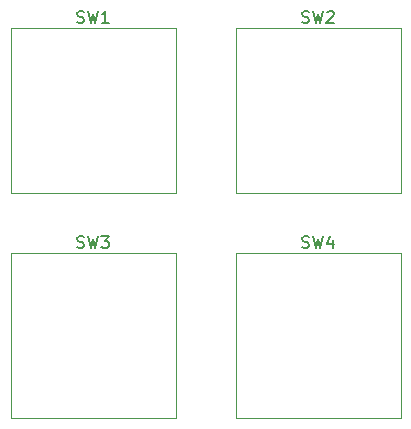
<source format=gbr>
%TF.GenerationSoftware,KiCad,Pcbnew,(6.0.6)*%
%TF.CreationDate,2022-06-29T23:10:10-06:00*%
%TF.ProjectId,macro1,6d616372-6f31-42e6-9b69-6361645f7063,rev?*%
%TF.SameCoordinates,Original*%
%TF.FileFunction,Legend,Top*%
%TF.FilePolarity,Positive*%
%FSLAX46Y46*%
G04 Gerber Fmt 4.6, Leading zero omitted, Abs format (unit mm)*
G04 Created by KiCad (PCBNEW (6.0.6)) date 2022-06-29 23:10:10*
%MOMM*%
%LPD*%
G01*
G04 APERTURE LIST*
%ADD10C,0.150000*%
%ADD11C,0.120000*%
%ADD12O,1.000000X1.600000*%
%ADD13O,1.000000X2.100000*%
%ADD14C,0.650000*%
%ADD15C,4.000000*%
%ADD16C,1.700000*%
%ADD17C,2.200000*%
G04 APERTURE END LIST*
D10*
%TO.C,SW2*%
X185991666Y-81430761D02*
X186134523Y-81478380D01*
X186372619Y-81478380D01*
X186467857Y-81430761D01*
X186515476Y-81383142D01*
X186563095Y-81287904D01*
X186563095Y-81192666D01*
X186515476Y-81097428D01*
X186467857Y-81049809D01*
X186372619Y-81002190D01*
X186182142Y-80954571D01*
X186086904Y-80906952D01*
X186039285Y-80859333D01*
X185991666Y-80764095D01*
X185991666Y-80668857D01*
X186039285Y-80573619D01*
X186086904Y-80526000D01*
X186182142Y-80478380D01*
X186420238Y-80478380D01*
X186563095Y-80526000D01*
X186896428Y-80478380D02*
X187134523Y-81478380D01*
X187325000Y-80764095D01*
X187515476Y-81478380D01*
X187753571Y-80478380D01*
X188086904Y-80573619D02*
X188134523Y-80526000D01*
X188229761Y-80478380D01*
X188467857Y-80478380D01*
X188563095Y-80526000D01*
X188610714Y-80573619D01*
X188658333Y-80668857D01*
X188658333Y-80764095D01*
X188610714Y-80906952D01*
X188039285Y-81478380D01*
X188658333Y-81478380D01*
%TO.C,SW3*%
X166941666Y-100480761D02*
X167084523Y-100528380D01*
X167322619Y-100528380D01*
X167417857Y-100480761D01*
X167465476Y-100433142D01*
X167513095Y-100337904D01*
X167513095Y-100242666D01*
X167465476Y-100147428D01*
X167417857Y-100099809D01*
X167322619Y-100052190D01*
X167132142Y-100004571D01*
X167036904Y-99956952D01*
X166989285Y-99909333D01*
X166941666Y-99814095D01*
X166941666Y-99718857D01*
X166989285Y-99623619D01*
X167036904Y-99576000D01*
X167132142Y-99528380D01*
X167370238Y-99528380D01*
X167513095Y-99576000D01*
X167846428Y-99528380D02*
X168084523Y-100528380D01*
X168275000Y-99814095D01*
X168465476Y-100528380D01*
X168703571Y-99528380D01*
X168989285Y-99528380D02*
X169608333Y-99528380D01*
X169275000Y-99909333D01*
X169417857Y-99909333D01*
X169513095Y-99956952D01*
X169560714Y-100004571D01*
X169608333Y-100099809D01*
X169608333Y-100337904D01*
X169560714Y-100433142D01*
X169513095Y-100480761D01*
X169417857Y-100528380D01*
X169132142Y-100528380D01*
X169036904Y-100480761D01*
X168989285Y-100433142D01*
%TO.C,SW4*%
X185991666Y-100480761D02*
X186134523Y-100528380D01*
X186372619Y-100528380D01*
X186467857Y-100480761D01*
X186515476Y-100433142D01*
X186563095Y-100337904D01*
X186563095Y-100242666D01*
X186515476Y-100147428D01*
X186467857Y-100099809D01*
X186372619Y-100052190D01*
X186182142Y-100004571D01*
X186086904Y-99956952D01*
X186039285Y-99909333D01*
X185991666Y-99814095D01*
X185991666Y-99718857D01*
X186039285Y-99623619D01*
X186086904Y-99576000D01*
X186182142Y-99528380D01*
X186420238Y-99528380D01*
X186563095Y-99576000D01*
X186896428Y-99528380D02*
X187134523Y-100528380D01*
X187325000Y-99814095D01*
X187515476Y-100528380D01*
X187753571Y-99528380D01*
X188563095Y-99861714D02*
X188563095Y-100528380D01*
X188325000Y-99480761D02*
X188086904Y-100195047D01*
X188705952Y-100195047D01*
%TO.C,SW1*%
X166941666Y-81430761D02*
X167084523Y-81478380D01*
X167322619Y-81478380D01*
X167417857Y-81430761D01*
X167465476Y-81383142D01*
X167513095Y-81287904D01*
X167513095Y-81192666D01*
X167465476Y-81097428D01*
X167417857Y-81049809D01*
X167322619Y-81002190D01*
X167132142Y-80954571D01*
X167036904Y-80906952D01*
X166989285Y-80859333D01*
X166941666Y-80764095D01*
X166941666Y-80668857D01*
X166989285Y-80573619D01*
X167036904Y-80526000D01*
X167132142Y-80478380D01*
X167370238Y-80478380D01*
X167513095Y-80526000D01*
X167846428Y-80478380D02*
X168084523Y-81478380D01*
X168275000Y-80764095D01*
X168465476Y-81478380D01*
X168703571Y-80478380D01*
X169608333Y-81478380D02*
X169036904Y-81478380D01*
X169322619Y-81478380D02*
X169322619Y-80478380D01*
X169227380Y-80621238D01*
X169132142Y-80716476D01*
X169036904Y-80764095D01*
D11*
%TO.C,SW2*%
X194310000Y-81915000D02*
X194310000Y-95885000D01*
X180340000Y-95885000D02*
X180340000Y-81915000D01*
X194310000Y-95885000D02*
X180340000Y-95885000D01*
X180340000Y-81915000D02*
X194310000Y-81915000D01*
%TO.C,SW3*%
X175260000Y-100965000D02*
X175260000Y-114935000D01*
X161290000Y-114935000D02*
X161290000Y-100965000D01*
X175260000Y-114935000D02*
X161290000Y-114935000D01*
X161290000Y-100965000D02*
X175260000Y-100965000D01*
%TO.C,SW4*%
X194310000Y-100965000D02*
X194310000Y-114935000D01*
X180340000Y-114935000D02*
X180340000Y-100965000D01*
X194310000Y-114935000D02*
X180340000Y-114935000D01*
X180340000Y-100965000D02*
X194310000Y-100965000D01*
%TO.C,SW1*%
X175260000Y-81915000D02*
X175260000Y-95885000D01*
X161290000Y-95885000D02*
X161290000Y-81915000D01*
X175260000Y-95885000D02*
X161290000Y-95885000D01*
X161290000Y-81915000D02*
X175260000Y-81915000D01*
%TD*%
%LPC*%
D12*
%TO.C,USB1*%
X151163750Y-76596250D03*
X142523750Y-76596250D03*
D13*
X151163750Y-80776250D03*
X142523750Y-80776250D03*
D14*
X143953750Y-80246250D03*
X149733750Y-80246250D03*
%TD*%
D15*
%TO.C,SW2*%
X187325000Y-88900000D03*
D16*
X182245000Y-88900000D03*
X192405000Y-88900000D03*
D17*
X189865000Y-83820000D03*
X183515000Y-86360000D03*
%TD*%
D15*
%TO.C,SW3*%
X168275000Y-107950000D03*
D16*
X163195000Y-107950000D03*
X173355000Y-107950000D03*
D17*
X170815000Y-102870000D03*
X164465000Y-105410000D03*
%TD*%
D15*
%TO.C,SW4*%
X187325000Y-107950000D03*
D16*
X182245000Y-107950000D03*
X192405000Y-107950000D03*
D17*
X189865000Y-102870000D03*
X183515000Y-105410000D03*
%TD*%
D15*
%TO.C,SW1*%
X168275000Y-88900000D03*
D16*
X163195000Y-88900000D03*
X173355000Y-88900000D03*
D17*
X170815000Y-83820000D03*
X164465000Y-86360000D03*
%TD*%
M02*

</source>
